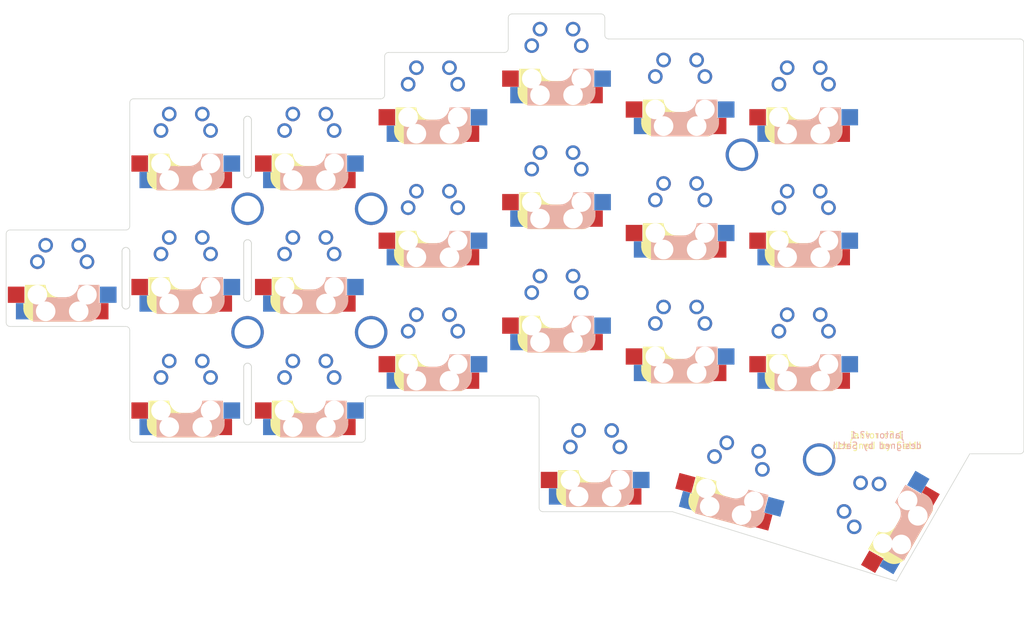
<source format=kicad_pcb>
(kicad_pcb (version 20221018) (generator pcbnew)
  (layers (0 "F.Cu" signal) (31 "B.Cu" signal) (34 "B.Paste" user) (35 "F.Paste" user) (36 "B.SilkS" user "B.Silkscreen") (37 "F.SilkS" user "F.Silkscreen") (38 "B.Mask" user) (39 "F.Mask" user) (44 "Edge.Cuts" user))
  (net 0 "")
  (net 1 "/k00")
  (net 2 "GND")
  (net 3 "/k01")
  (net 4 "/k02")
  (net 5 "/k03")
  (net 6 "/k04")
  (net 7 "/k05")
  (net 8 "/k10")
  (net 9 "/k11")
  (net 10 "/k12")
  (net 11 "/k13")
  (net 12 "/k14")
  (net 13 "/k15")
  (net 14 "/k16")
  (net 15 "/k20")
  (net 16 "/k21")
  (net 17 "/k22")
  (net 18 "/k23")
  (net 19 "/k24")
  (net 20 "/k25")
  (net 21 "/k30")
  (net 22 "/k31")
  (net 23 "/k32")
  (footprint "sat1l:MXOnly-1U-Hotswap-Optional-Reversible-19mm" (layer "F.Cu") (at 101.75 12.5)
    (fp_text reference "K16")
    (fp_text value "KEYSW")
    (pad "" np_thru_hole circle (at -5.08 0 180) (size 1.9 1.9) (drill 1.9) (layers "*.Cu" "*.Mask"))
    (pad "" np_thru_hole circle (at -3.81 2.54 180) (size 3 3) (drill 3) (layers "*.Cu" "*.Mask"))
    (pad "" np_thru_hole circle (at -2.54 5.08 180) (size 3 3) (drill 3) (layers "*.Cu" "*.Mask"))
    (pad "" np_thru_hole circle (at 0 0 270) (size 4.1 4.1) (drill 4.1) (layers "*.Cu" "*.Mask"))
    (pad "" np_thru_hole circle (at 2.54 5.08 180) (size 3 3) (drill 3) (layers "*.Cu" "*.Mask"))
    (pad "" np_thru_hole circle (at 3.81 2.54 180) (size 3 3) (drill 3) (layers "*.Cu" "*.Mask"))
    (pad "" np_thru_hole circle (at 5.08 0 180) (size 1.9 1.9) (drill 1.9) (layers "*.Cu" "*.Mask"))
    (pad "1" smd rect (at -7.085 2.54) (size 2.55 2.5) (layers "F.Cu" "F.Paste" "F.Mask") (net 14 "/k16"))
    (pad "1" thru_hole circle (at -3.81 -2.54) (size 2.25 2.25) (drill 1.47) (layers "*.Cu" "B.Mask") (net 14 "/k16"))
    (pad "1" thru_hole circle (at 3.81 -2.54) (size 2.25 2.25) (drill 1.47) (layers "*.Cu" "F.Mask") (net 14 "/k16"))
    (pad "1" smd rect (at 7.085 2.54) (size 2.55 2.5) (layers "B.Cu" "B.Paste" "B.Mask") (net 14 "/k16"))
    (pad "2" smd rect (at -5.842 5.08) (size 2.55 2.5) (layers "B.Cu" "B.Paste" "B.Mask") (net 2 "GND"))
    (pad "2" thru_hole circle (at -2.54 -5.08) (size 2.25 2.25) (drill 1.47) (layers "*.Cu" "F.Mask") (net 2 "GND"))
    (pad "2" thru_hole circle (at 2.54 -5.08) (size 2.25 2.25) (drill 1.47) (layers "*.Cu" "B.Mask") (net 2 "GND"))
    (pad "2" smd rect (at 5.842 5.08) (size 2.55 2.5) (layers "F.Cu" "F.Paste" "F.Mask") (net 2 "GND"))
  )
  (footprint "sat1l:MXOnly-1U-Hotswap-Optional-Reversible-19mm" (layer "F.Cu") (at 63.75 25.5625)
    (fp_text reference "K23")
    (fp_text value "KEYSW")
    (pad "" np_thru_hole circle (at -5.08 0 180) (size 1.9 1.9) (drill 1.9) (layers "*.Cu" "*.Mask"))
    (pad "" np_thru_hole circle (at -3.81 2.54 180) (size 3 3) (drill 3) (layers "*.Cu" "*.Mask"))
    (pad "" np_thru_hole circle (at -2.54 5.08 180) (size 3 3) (drill 3) (layers "*.Cu" "*.Mask"))
    (pad "" np_thru_hole circle (at 0 0 270) (size 4.1 4.1) (drill 4.1) (layers "*.Cu" "*.Mask"))
    (pad "" np_thru_hole circle (at 2.54 5.08 180) (size 3 3) (drill 3) (layers "*.Cu" "*.Mask"))
    (pad "" np_thru_hole circle (at 3.81 2.54 180) (size 3 3) (drill 3) (layers "*.Cu" "*.Mask"))
    (pad "" np_thru_hole circle (at 5.08 0 180) (size 1.9 1.9) (drill 1.9) (layers "*.Cu" "*.Mask"))
    (pad "1" smd rect (at -7.085 2.54) (size 2.55 2.5) (layers "F.Cu" "F.Paste" "F.Mask") (net 18 "/k23"))
    (pad "1" thru_hole circle (at -3.81 -2.54) (size 2.25 2.25) (drill 1.47) (layers "*.Cu" "B.Mask") (net 18 "/k23"))
    (pad "1" thru_hole circle (at 3.81 -2.54) (size 2.25 2.25) (drill 1.47) (layers "*.Cu" "F.Mask") (net 18 "/k23"))
    (pad "1" smd rect (at 7.085 2.54) (size 2.55 2.5) (layers "B.Cu" "B.Paste" "B.Mask") (net 18 "/k23"))
    (pad "2" smd rect (at -5.842 5.08) (size 2.55 2.5) (layers "B.Cu" "B.Paste" "B.Mask") (net 2 "GND"))
    (pad "2" thru_hole circle (at -2.54 -5.08) (size 2.25 2.25) (drill 1.47) (layers "*.Cu" "F.Mask") (net 2 "GND"))
    (pad "2" thru_hole circle (at 2.54 -5.08) (size 2.25 2.25) (drill 1.47) (layers "*.Cu" "B.Mask") (net 2 "GND"))
    (pad "2" smd rect (at 5.842 5.08) (size 2.55 2.5) (layers "F.Cu" "F.Paste" "F.Mask") (net 2 "GND"))
  )
  (footprint "sat1l:MXOnly-1U-Hotswap-Optional-Reversible-19mm" (layer "F.Cu") (at 82.75 30.3125)
    (fp_text reference "K24")
    (fp_text value "KEYSW")
    (pad "" np_thru_hole circle (at -5.08 0 180) (size 1.9 1.9) (drill 1.9) (layers "*.Cu" "*.Mask"))
    (pad "" np_thru_hole circle (at -3.81 2.54 180) (size 3 3) (drill 3) (layers "*.Cu" "*.Mask"))
    (pad "" np_thru_hole circle (at -2.54 5.08 180) (size 3 3) (drill 3) (layers "*.Cu" "*.Mask"))
    (pad "" np_thru_hole circle (at 0 0 270) (size 4.1 4.1) (drill 4.1) (layers "*.Cu" "*.Mask"))
    (pad "" np_thru_hole circle (at 2.54 5.08 180) (size 3 3) (drill 3) (layers "*.Cu" "*.Mask"))
    (pad "" np_thru_hole circle (at 3.81 2.54 180) (size 3 3) (drill 3) (layers "*.Cu" "*.Mask"))
    (pad "" np_thru_hole circle (at 5.08 0 180) (size 1.9 1.9) (drill 1.9) (layers "*.Cu" "*.Mask"))
    (pad "1" smd rect (at -7.085 2.54) (size 2.55 2.5) (layers "F.Cu" "F.Paste" "F.Mask") (net 19 "/k24"))
    (pad "1" thru_hole circle (at -3.81 -2.54) (size 2.25 2.25) (drill 1.47) (layers "*.Cu" "B.Mask") (net 19 "/k24"))
    (pad "1" thru_hole circle (at 3.81 -2.54) (size 2.25 2.25) (drill 1.47) (layers "*.Cu" "F.Mask") (net 19 "/k24"))
    (pad "1" smd rect (at 7.085 2.54) (size 2.55 2.5) (layers "B.Cu" "B.Paste" "B.Mask") (net 19 "/k24"))
    (pad "2" smd rect (at -5.842 5.08) (size 2.55 2.5) (layers "B.Cu" "B.Paste" "B.Mask") (net 2 "GND"))
    (pad "2" thru_hole circle (at -2.54 -5.08) (size 2.25 2.25) (drill 1.47) (layers "*.Cu" "F.Mask") (net 2 "GND"))
    (pad "2" thru_hole circle (at 2.54 -5.08) (size 2.25 2.25) (drill 1.47) (layers "*.Cu" "B.Mask") (net 2 "GND"))
    (pad "2" smd rect (at 5.842 5.08) (size 2.55 2.5) (layers "F.Cu" "F.Paste" "F.Mask") (net 2 "GND"))
  )
  (footprint "sat1l:MXOnly-1U-Hotswap-Optional-Reversible-19mm" (layer "F.Cu") (at 63.75 6.5625)
    (fp_text reference "K14")
    (fp_text value "KEYSW")
    (pad "" np_thru_hole circle (at -5.08 0 180) (size 1.9 1.9) (drill 1.9) (layers "*.Cu" "*.Mask"))
    (pad "" np_thru_hole circle (at -3.81 2.54 180) (size 3 3) (drill 3) (layers "*.Cu" "*.Mask"))
    (pad "" np_thru_hole circle (at -2.54 5.08 180) (size 3 3) (drill 3) (layers "*.Cu" "*.Mask"))
    (pad "" np_thru_hole circle (at 0 0 270) (size 4.1 4.1) (drill 4.1) (layers "*.Cu" "*.Mask"))
    (pad "" np_thru_hole circle (at 2.54 5.08 180) (size 3 3) (drill 3) (layers "*.Cu" "*.Mask"))
    (pad "" np_thru_hole circle (at 3.81 2.54 180) (size 3 3) (drill 3) (layers "*.Cu" "*.Mask"))
    (pad "" np_thru_hole circle (at 5.08 0 180) (size 1.9 1.9) (drill 1.9) (layers "*.Cu" "*.Mask"))
    (pad "1" smd rect (at -7.085 2.54) (size 2.55 2.5) (layers "F.Cu" "F.Paste" "F.Mask") (net 12 "/k14"))
    (pad "1" thru_hole circle (at -3.81 -2.54) (size 2.25 2.25) (drill 1.47) (layers "*.Cu" "B.Mask") (net 12 "/k14"))
    (pad "1" thru_hole circle (at 3.81 -2.54) (size 2.25 2.25) (drill 1.47) (layers "*.Cu" "F.Mask") (net 12 "/k14"))
    (pad "1" smd rect (at 7.085 2.54) (size 2.55 2.5) (layers "B.Cu" "B.Paste" "B.Mask") (net 12 "/k14"))
    (pad "2" smd rect (at -5.842 5.08) (size 2.55 2.5) (layers "B.Cu" "B.Paste" "B.Mask") (net 2 "GND"))
    (pad "2" thru_hole circle (at -2.54 -5.08) (size 2.25 2.25) (drill 1.47) (layers "*.Cu" "F.Mask") (net 2 "GND"))
    (pad "2" thru_hole circle (at 2.54 -5.08) (size 2.25 2.25) (drill 1.47) (layers "*.Cu" "B.Mask") (net 2 "GND"))
    (pad "2" smd rect (at 5.842 5.08) (size 2.55 2.5) (layers "F.Cu" "F.Paste" "F.Mask") (net 2 "GND"))
  )
  (footprint "sat1l:MXOnly-1U-Hotswap-Optional-Reversible-19mm" (layer "F.Cu") (at 63.75 -12.4375)
    (fp_text reference "K03")
    (fp_text value "KEYSW")
    (pad "" np_thru_hole circle (at -5.08 0 180) (size 1.9 1.9) (drill 1.9) (layers "*.Cu" "*.Mask"))
    (pad "" np_thru_hole circle (at -3.81 2.54 180) (size 3 3) (drill 3) (layers "*.Cu" "*.Mask"))
    (pad "" np_thru_hole circle (at -2.54 5.08 180) (size 3 3) (drill 3) (layers "*.Cu" "*.Mask"))
    (pad "" np_thru_hole circle (at 0 0 270) (size 4.1 4.1) (drill 4.1) (layers "*.Cu" "*.Mask"))
    (pad "" np_thru_hole circle (at 2.54 5.08 180) (size 3 3) (drill 3) (layers "*.Cu" "*.Mask"))
    (pad "" np_thru_hole circle (at 3.81 2.54 180) (size 3 3) (drill 3) (layers "*.Cu" "*.Mask"))
    (pad "" np_thru_hole circle (at 5.08 0 180) (size 1.9 1.9) (drill 1.9) (layers "*.Cu" "*.Mask"))
    (pad "1" smd rect (at -7.085 2.54) (size 2.55 2.5) (layers "F.Cu" "F.Paste" "F.Mask") (net 5 "/k03"))
    (pad "1" thru_hole circle (at -3.81 -2.54) (size 2.25 2.25) (drill 1.47) (layers "*.Cu" "B.Mask") (net 5 "/k03"))
    (pad "1" thru_hole circle (at 3.81 -2.54) (size 2.25 2.25) (drill 1.47) (layers "*.Cu" "F.Mask") (net 5 "/k03"))
    (pad "1" smd rect (at 7.085 2.54) (size 2.55 2.5) (layers "B.Cu" "B.Paste" "B.Mask") (net 5 "/k03"))
    (pad "2" smd rect (at -5.842 5.08) (size 2.55 2.5) (layers "B.Cu" "B.Paste" "B.Mask") (net 2 "GND"))
    (pad "2" thru_hole circle (at -2.54 -5.08) (size 2.25 2.25) (drill 1.47) (layers "*.Cu" "F.Mask") (net 2 "GND"))
    (pad "2" thru_hole circle (at 2.54 -5.08) (size 2.25 2.25) (drill 1.47) (layers "*.Cu" "B.Mask") (net 2 "GND"))
    (pad "2" smd rect (at 5.842 5.08) (size 2.55 2.5) (layers "F.Cu" "F.Paste" "F.Mask") (net 2 "GND"))
  )
  (footprint "sat1l:MXOnly-1U-Hotswap-Optional-Reversible-19mm" (layer "F.Cu") (at 6.75 19.625)
    (fp_text reference "K11")
    (fp_text value "KEYSW")
    (pad "" np_thru_hole circle (at -5.08 0 180) (size 1.9 1.9) (drill 1.9) (layers "*.Cu" "*.Mask"))
    (pad "" np_thru_hole circle (at -3.81 2.54 180) (size 3 3) (drill 3) (layers "*.Cu" "*.Mask"))
    (pad "" np_thru_hole circle (at -2.54 5.08 180) (size 3 3) (drill 3) (layers "*.Cu" "*.Mask"))
    (pad "" np_thru_hole circle (at 0 0 270) (size 4.1 4.1) (drill 4.1) (layers "*.Cu" "*.Mask"))
    (pad "" np_thru_hole circle (at 2.54 5.08 180) (size 3 3) (drill 3) (layers "*.Cu" "*.Mask"))
    (pad "" np_thru_hole circle (at 3.81 2.54 180) (size 3 3) (drill 3) (layers "*.Cu" "*.Mask"))
    (pad "" np_thru_hole circle (at 5.08 0 180) (size 1.9 1.9) (drill 1.9) (layers "*.Cu" "*.Mask"))
    (pad "1" smd rect (at -7.085 2.54) (size 2.55 2.5) (layers "F.Cu" "F.Paste" "F.Mask") (net 9 "/k11"))
    (pad "1" thru_hole circle (at -3.81 -2.54) (size 2.25 2.25) (drill 1.47) (layers "*.Cu" "B.Mask") (net 9 "/k11"))
    (pad "1" thru_hole circle (at 3.81 -2.54) (size 2.25 2.25) (drill 1.47) (layers "*.Cu" "F.Mask") (net 9 "/k11"))
    (pad "1" smd rect (at 7.085 2.54) (size 2.55 2.5) (layers "B.Cu" "B.Paste" "B.Mask") (net 9 "/k11"))
    (pad "2" smd rect (at -5.842 5.08) (size 2.55 2.5) (layers "B.Cu" "B.Paste" "B.Mask") (net 2 "GND"))
    (pad "2" thru_hole circle (at -2.54 -5.08) (size 2.25 2.25) (drill 1.47) (layers "*.Cu" "F.Mask") (net 2 "GND"))
    (pad "2" thru_hole circle (at 2.54 -5.08) (size 2.25 2.25) (drill 1.47) (layers "*.Cu" "B.Mask") (net 2 "GND"))
    (pad "2" smd rect (at 5.842 5.08) (size 2.55 2.5) (layers "F.Cu" "F.Paste" "F.Mask") (net 2 "GND"))
  )
  (footprint "sat1l:MXOnly-1U-Hotswap-Optional-Reversible-19mm" (layer "F.Cu") (at 101.75 -6.5)
    (fp_text reference "K05")
    (fp_text value "KEYSW")
    (pad "" np_thru_hole circle (at -5.08 0 180) (size 1.9 1.9) (drill 1.9) (layers "*.Cu" "*.Mask"))
    (pad "" np_thru_hole circle (at -3.81 2.54 180) (size 3 3) (drill 3) (layers "*.Cu" "*.Mask"))
    (pad "" np_thru_hole circle (at -2.54 5.08 180) (size 3 3) (drill 3) (layers "*.Cu" "*.Mask"))
    (pad "" np_thru_hole circle (at 0 0 270) (size 4.1 4.1) (drill 4.1) (layers "*.Cu" "*.Mask"))
    (pad "" np_thru_hole circle (at 2.54 5.08 180) (size 3 3) (drill 3) (layers "*.Cu" "*.Mask"))
    (pad "" np_thru_hole circle (at 3.81 2.54 180) (size 3 3) (drill 3) (layers "*.Cu" "*.Mask"))
    (pad "" np_thru_hole circle (at 5.08 0 180) (size 1.9 1.9) (drill 1.9) (layers "*.Cu" "*.Mask"))
    (pad "1" smd rect (at -7.085 2.54) (size 2.55 2.5) (layers "F.Cu" "F.Paste" "F.Mask") (net 7 "/k05"))
    (pad "1" thru_hole circle (at -3.81 -2.54) (size 2.25 2.25) (drill 1.47) (layers "*.Cu" "B.Mask") (net 7 "/k05"))
    (pad "1" thru_hole circle (at 3.81 -2.54) (size 2.25 2.25) (drill 1.47) (layers "*.Cu" "F.Mask") (net 7 "/k05"))
    (pad "1" smd rect (at 7.085 2.54) (size 2.55 2.5) (layers "B.Cu" "B.Paste" "B.Mask") (net 7 "/k05"))
    (pad "2" smd rect (at -5.842 5.08) (size 2.55 2.5) (layers "B.Cu" "B.Paste" "B.Mask") (net 2 "GND"))
    (pad "2" thru_hole circle (at -2.54 -5.08) (size 2.25 2.25) (drill 1.47) (layers "*.Cu" "F.Mask") (net 2 "GND"))
    (pad "2" thru_hole circle (at 2.54 -5.08) (size 2.25 2.25) (drill 1.47) (layers "*.Cu" "B.Mask") (net 2 "GND"))
    (pad "2" smd rect (at 5.842 5.08) (size 2.55 2.5) (layers "F.Cu" "F.Paste" "F.Mask") (net 2 "GND"))
  )
  (footprint "sat1l:breakaway .5U (for 19mm net)" (layer "F.Cu") (at 16.25 19.625)
    (fp_text reference "B2")
    (fp_text value "breakaway")
    (fp_line (start -0.59375 4.15625) (end -0.59375 -4.15625) (stroke (width 0.12)) (layer "Edge.Cuts"))
    (fp_line (start 0.59375 4.15625) (end 0.59375 -4.15625) (stroke (width 0.12)) (layer "Edge.Cuts"))
    (fp_arc (start -0.59375 -4.15625) (mid 0 -4.75) (end 0.59375 -4.15625) (stroke (width 0.12)) (layer "Edge.Cuts"))
    (fp_arc (start 0.59375 4.15625) (mid 0 4.75) (end -0.59375 4.15625) (stroke (width 0.12)) (layer "Edge.Cuts"))
  )
  (footprint "sat1l:MXOnly-1U-Hotswap-Optional-Reversible-19mm" (layer "F.Cu") (at 44.75 12.5)
    (fp_text reference "K13")
    (fp_text value "KEYSW")
    (pad "" np_thru_hole circle (at -5.08 0 180) (size 1.9 1.9) (drill 1.9) (layers "*.Cu" "*.Mask"))
    (pad "" np_thru_hole circle (at -3.81 2.54 180) (size 3 3) (drill 3) (layers "*.Cu" "*.Mask"))
    (pad "" np_thru_hole circle (at -2.54 5.08 180) (size 3 3) (drill 3) (layers "*.Cu" "*.Mask"))
    (pad "" np_thru_hole circle (at 0 0 270) (size 4.1 4.1) (drill 4.1) (layers "*.Cu" "*.Mask"))
    (pad "" np_thru_hole circle (at 2.54 5.08 180) (size 3 3) (drill 3) (layers "*.Cu" "*.Mask"))
    (pad "" np_thru_hole circle (at 3.81 2.54 180) (size 3 3) (drill 3) (layers "*.Cu" "*.Mask"))
    (pad "" np_thru_hole circle (at 5.08 0 180) (size 1.9 1.9) (drill 1.9) (layers "*.Cu" "*.Mask"))
    (pad "1" smd rect (at -7.085 2.54) (size 2.55 2.5) (layers "F.Cu" "F.Paste" "F.Mask") (net 11 "/k13"))
    (pad "1" thru_hole circle (at -3.81 -2.54) (size 2.25 2.25) (drill 1.47) (layers "*.Cu" "B.Mask") (net 11 "/k13"))
    (pad "1" thru_hole circle (at 3.81 -2.54) (size 2.25 2.25) (drill 1.47) (layers "*.Cu" "F.Mask") (net 11 "/k13"))
    (pad "1" smd rect (at 7.085 2.54) (size 2.55 2.5) (layers "B.Cu" "B.Paste" "B.Mask") (net 11 "/k13"))
    (pad "2" smd rect (at -5.842 5.08) (size 2.55 2.5) (layers "B.Cu" "B.Paste" "B.Mask") (net 2 "GND"))
    (pad "2" thru_hole circle (at -2.54 -5.08) (size 2.25 2.25) (drill 1.47) (layers "*.Cu" "F.Mask") (net 2 "GND"))
    (pad "2" thru_hole circle (at 2.54 -5.08) (size 2.25 2.25) (drill 1.47) (layers "*.Cu" "B.Mask") (net 2 "GND"))
    (pad "2" smd rect (at 5.842 5.08) (size 2.55 2.5) (layers "F.Cu" "F.Paste" "F.Mask") (net 2 "GND"))
  )
  (footprint "sat1l:MXOnly-1U-Hotswap-Optional-Reversible-19mm" (layer "F.Cu") (at 69.6875 49.3125)
    (fp_text reference "K30")
    (fp_text value "KEYSW")
    (pad "" np_thru_hole circle (at -5.08 0 180) (size 1.9 1.9) (drill 1.9) (layers "*.Cu" "*.Mask"))
    (pad "" np_thru_hole circle (at -3.81 2.54 180) (size 3 3) (drill 3) (layers "*.Cu" "*.Mask"))
    (pad "" np_thru_hole circle (at -2.54 5.08 180) (size 3 3) (drill 3) (layers "*.Cu" "*.Mask"))
    (pad "" np_thru_hole circle (at 0 0 270) (size 4.1 4.1) (drill 4.1) (layers "*.Cu" "*.Mask"))
    (pad "" np_thru_hole circle (at 2.54 5.08 180) (size 3 3) (drill 3) (layers "*.Cu" "*.Mask"))
    (pad "" np_thru_hole circle (at 3.81 2.54 180) (size 3 3) (drill 3) (layers "*.Cu" "*.Mask"))
    (pad "" np_thru_hole circle (at 5.08 0 180) (size 1.9 1.9) (drill 1.9) (layers "*.Cu" "*.Mask"))
    (pad "1" smd rect (at -7.085 2.54) (size 2.55 2.5) (layers "F.Cu" "F.Paste" "F.Mask") (net 21 "/k30"))
    (pad "1" thru_hole circle (at -3.81 -2.54) (size 2.25 2.25) (drill 1.47) (layers "*.Cu" "B.Mask") (net 21 "/k30"))
    (pad "1" thru_hole circle (at 3.81 -2.54) (size 2.25 2.25) (drill 1.47) (layers "*.Cu" "F.Mask") (net 21 "/k30"))
    (pad "1" smd rect (at 7.085 2.54) (size 2.55 2.5) (layers "B.Cu" "B.Paste" "B.Mask") (net 21 "/k30"))
    (pad "2" smd rect (at -5.842 5.08) (size 2.55 2.5) (layers "B.Cu" "B.Paste" "B.Mask") (net 2 "GND"))
    (pad "2" thru_hole circle (at -2.54 -5.08) (size 2.25 2.25) (drill 1.47) (layers "*.Cu" "F.Mask") (net 2 "GND"))
    (pad "2" thru_hole circle (at 2.54 -5.08) (size 2.25 2.25) (drill 1.47) (layers "*.Cu" "B.Mask") (net 2 "GND"))
    (pad "2" smd rect (at 5.842 5.08) (size 2.55 2.5) (layers "F.Cu" "F.Paste" "F.Mask") (net 2 "GND"))
  )
  (footprint "kbd:M2_Hole_TH_Outside" (layer "F.Cu") (at 35.25 10.125)
    (fp_text reference "H6" (at 0 0.5) (layer "F.SilkS"))
    (fp_text value "MountingHole")
    (pad "" thru_hole circle (at 0 0) (size 5 5) (drill 4) (layers "*.Cu" "*.Mask"))
  )
  (footprint "sat1l:MXOnly-1U-Hotswap-Optional-Reversible-19mm" (layer "F.Cu") (at 25.75 19.625)
    (fp_text reference "K12")
    (fp_text value "KEYSW")
    (pad "" np_thru_hole circle (at -5.08 0 180) (size 1.9 1.9) (drill 1.9) (layers "*.Cu" "*.Mask"))
    (pad "" np_thru_hole circle (at -3.81 2.54 180) (size 3 3) (drill 3) (layers "*.Cu" "*.Mask"))
    (pad "" np_thru_hole circle (at -2.54 5.08 180) (size 3 3) (drill 3) (layers "*.Cu" "*.Mask"))
    (pad "" np_thru_hole circle (at 0 0 270) (size 4.1 4.1) (drill 4.1) (layers "*.Cu" "*.Mask"))
    (pad "" np_thru_hole circle (at 2.54 5.08 180) (size 3 3) (drill 3) (layers "*.Cu" "*.Mask"))
    (pad "" np_thru_hole circle (at 3.81 2.54 180) (size 3 3) (drill 3) (layers "*.Cu" "*.Mask"))
    (pad "" np_thru_hole circle (at 5.08 0 180) (size 1.9 1.9) (drill 1.9) (layers "*.Cu" "*.Mask"))
    (pad "1" smd rect (at -7.085 2.54) (size 2.55 2.5) (layers "F.Cu" "F.Paste" "F.Mask") (net 10 "/k12"))
    (pad "1" thru_hole circle (at -3.81 -2.54) (size 2.25 2.25) (drill 1.47) (layers "*.Cu" "B.Mask") (net 10 "/k12"))
    (pad "1" thru_hole circle (at 3.81 -2.54) (size 2.25 2.25) (drill 1.47) (layers "*.Cu" "F.Mask") (net 10 "/k12"))
    (pad "1" smd rect (at 7.085 2.54) (size 2.55 2.5) (layers "B.Cu" "B.Paste" "B.Mask") (net 10 "/k12"))
    (pad "2" smd rect (at -5.842 5.08) (size 2.55 2.5) (layers "B.Cu" "B.Paste" "B.Mask") (net 2 "GND"))
    (pad "2" thru_hole circle (at -2.54 -5.08) (size 2.25 2.25) (drill 1.47) (layers "*.Cu" "F.Mask") (net 2 "GND"))
    (pad "2" thru_hole circle (at 2.54 -5.08) (size 2.25 2.25) (drill 1.47) (layers "*.Cu" "B.Mask") (net 2 "GND"))
    (pad "2" smd rect (at 5.842 5.08) (size 2.55 2.5) (layers "F.Cu" "F.Paste" "F.Mask") (net 2 "GND"))
  )
  (footprint "sat1l:MXOnly-1U-Hotswap-Optional-Reversible-19mm" (layer "F.Cu") (at 25.75 38.625)
    (fp_text reference "K21")
    (fp_text value "KEYSW")
    (pad "" np_thru_hole circle (at -5.08 0 180) (size 1.9 1.9) (drill 1.9) (layers "*.Cu" "*.Mask"))
    (pad "" np_thru_hole circle (at -3.81 2.54 180) (size 3 3) (drill 3) (layers "*.Cu" "*.Mask"))
    (pad "" np_thru_hole circle (at -2.54 5.08 180) (size 3 3) (drill 3) (layers "*.Cu" "*.Mask"))
    (pad "" np_thru_hole circle (at 0 0 270) (size 4.1 4.1) (drill 4.1) (layers "*.Cu" "*.Mask"))
    (pad "" np_thru_hole circle (at 2.54 5.08 180) (size 3 3) (drill 3) (layers "*.Cu" "*.Mask"))
    (pad "" np_thru_hole circle (at 3.81 2.54 180) (size 3 3) (drill 3) (layers "*.Cu" "*.Mask"))
    (pad "" np_thru_hole circle (at 5.08 0 180) (size 1.9 1.9) (drill 1.9) (layers "*.Cu" "*.Mask"))
    (pad "1" smd rect (at -7.085 2.54) (size 2.55 2.5) (layers "F.Cu" "F.Paste" "F.Mask") (net 16 "/k21"))
    (pad "1" thru_hole circle (at -3.81 -2.54) (size 2.25 2.25) (drill 1.47) (layers "*.Cu" "B.Mask") (net 16 "/k21"))
    (pad "1" thru_hole circle (at 3.81 -2.54) (size 2.25 2.25) (drill 1.47) (layers "*.Cu" "F.Mask") (net 16 "/k21"))
    (pad "1" smd rect (at 7.085 2.54) (size 2.55 2.5) (layers "B.Cu" "B.Paste" "B.Mask") (net 16 "/k21"))
    (pad "2" smd rect (at -5.842 5.08) (size 2.55 2.5) (layers "B.Cu" "B.Paste" "B.Mask") (net 2 "GND"))
    (pad "2" thru_hole circle (at -2.54 -5.08) (size 2.25 2.25) (drill 1.47) (layers "*.Cu" "F.Mask") (net 2 "GND"))
    (pad "2" thru_hole circle (at 2.54 -5.08) (size 2.25 2.25) (drill 1.47) (layers "*.Cu" "B.Mask") (net 2 "GND"))
    (pad "2" smd rect (at 5.842 5.08) (size 2.55 2.5) (layers "F.Cu" "F.Paste" "F.Mask") (net 2 "GND"))
  )
  (footprint "sat1l:breakaway .5U (for 19mm net)" (layer "F.Cu") (at 16.25 0.625)
    (fp_text reference "B1")
    (fp_text value "breakaway")
    (fp_line (start -0.59375 4.15625) (end -0.59375 -4.15625) (stroke (width 0.12)) (layer "Edge.Cuts"))
    (fp_line (start 0.59375 4.15625) (end 0.59375 -4.15625) (stroke (width 0.12)) (layer "Edge.Cuts"))
    (fp_arc (start -0.59375 -4.15625) (mid 0 -4.75) (end 0.59375 -4.15625) (stroke (width 0.12)) (layer "Edge.Cuts"))
    (fp_arc (start 0.59375 4.15625) (mid 0 4.75) (end -0.59375 4.15625) (stroke (width 0.12)) (layer "Edge.Cuts"))
  )
  (footprint "kbd:M2_Hole_TH_Outside" (layer "F.Cu") (at 104.125 48.71875)
    (fp_text reference "H4" (at 0 0.5) (layer "F.SilkS"))
    (fp_text value "MountingHole")
    (pad "" thru_hole circle (at 0 0) (size 5 5) (drill 4) (layers "*.Cu" "*.Mask"))
  )
  (footprint "sat1l:MXOnly-1U-Hotswap-Optional-Reversible-19mm" (layer "F.Cu") (at 6.75 38.625)
    (fp_text reference "K20")
    (fp_text value "KEYSW")
    (pad "" np_thru_hole circle (at -5.08 0 180) (size 1.9 1.9) (drill 1.9) (layers "*.Cu" "*.Mask"))
    (pad "" np_thru_hole circle (at -3.81 2.54 180) (size 3 3) (drill 3) (layers "*.Cu" "*.Mask"))
    (pad "" np_thru_hole circle (at -2.54 5.08 180) (size 3 3) (drill 3) (layers "*.Cu" "*.Mask"))
    (pad "" np_thru_hole circle (at 0 0 270) (size 4.1 4.1) (drill 4.1) (layers "*.Cu" "*.Mask"))
    (pad "" np_thru_hole circle (at 2.54 5.08 180) (size 3 3) (drill 3) (layers "*.Cu" "*.Mask"))
    (pad "" np_thru_hole circle (at 3.81 2.54 180) (size 3 3) (drill 3) (layers "*.Cu" "*.Mask"))
    (pad "" np_thru_hole circle (at 5.08 0 180) (size 1.9 1.9) (drill 1.9) (layers "*.Cu" "*.Mask"))
    (pad "1" smd rect (at -7.085 2.54) (size 2.55 2.5) (layers "F.Cu" "F.Paste" "F.Mask") (net 15 "/k20"))
    (pad "1" thru_hole circle (at -3.81 -2.54) (size 2.25 2.25) (drill 1.47) (layers "*.Cu" "B.Mask") (net 15 "/k20"))
    (pad "1" thru_hole circle (at 3.81 -2.54) (size 2.25 2.25) (drill 1.47) (layers "*.Cu" "F.Mask") (net 15 "/k20"))
    (pad "1" smd rect (at 7.085 2.54) (size 2.55 2.5) (layers "B.Cu" "B.Paste" "B.Mask") (net 15 "/k20"))
    (pad "2" smd rect (at -5.842 5.08) (size 2.55 2.5) (layers "B.Cu" "B.Paste" "B.Mask") (net 2 "GND"))
    (pad "2" thru_hole circle (at -2.54 -5.08) (size 2.25 2.25) (drill 1.47) (layers "*.Cu" "F.Mask") (net 2 "GND"))
    (pad "2" thru_hole circle (at 2.54 -5.08) (size 2.25 2.25) (drill 1.47) (layers "*.Cu" "B.Mask") (net 2 "GND"))
    (pad "2" smd rect (at 5.842 5.08) (size 2.55 2.5) (layers "F.Cu" "F.Paste" "F.Mask") (net 2 "GND"))
  )
  (footprint "kbd:M2_Hole_TH_Outside" (layer "F.Cu") (at 16.25 10.125)
    (fp_text reference "H5" (at 0 0.5) (layer "F.SilkS"))
    (fp_text value "MountingHole")
    (pad "" thru_hole circle (at 0 0) (size 5 5) (drill 4) (layers "*.Cu" "*.Mask"))
  )
  (footprint "sat1l:MXOnly-1U-Hotswap-Optional-Reversible-19mm" (layer "F.Cu") (at 44.75 -6.5)
    (fp_text reference "K02")
    (fp_text value "KEYSW")
    (pad "" np_thru_hole circle (at -5.08 0 180) (size 1.9 1.9) (drill 1.9) (layers "*.Cu" "*.Mask"))
    (pad "" np_thru_hole circle (at -3.81 2.54 180) (size 3 3) (drill 3) (layers "*.Cu" "*.Mask"))
    (pad "" np_thru_hole circle (at -2.54 5.08 180) (size 3 3) (drill 3) (layers "*.Cu" "*.Mask"))
    (pad "" np_thru_hole circle (at 0 0 270) (size 4.1 4.1) (drill 4.1) (layers "*.Cu" "*.Mask"))
    (pad "" np_thru_hole circle (at 2.54 5.08 180) (size 3 3) (drill 3) (layers "*.Cu" "*.Mask"))
    (pad "" np_thru_hole circle (at 3.81 2.54 180) (size 3 3) (drill 3) (layers "*.Cu" "*.Mask"))
    (pad "" np_thru_hole circle (at 5.08 0 180) (size 1.9 1.9) (drill 1.9) (layers "*.Cu" "*.Mask"))
    (pad "1" smd rect (at -7.085 2.54) (size 2.55 2.5) (layers "F.Cu" "F.Paste" "F.Mask") (net 4 "/k02"))
    (pad "1" thru_hole circle (at -3.81 -2.54) (size 2.25 2.25) (drill 1.47) (layers "*.Cu" "B.Mask") (net 4 "/k02"))
    (pad "1" thru_hole circle (at 3.81 -2.54) (size 2.25 2.25) (drill 1.47) (layers "*.Cu" "F.Mask") (net 4 "/k02"))
    (pad "1" smd rect (at 7.085 2.54) (size 2.55 2.5) (layers "B.Cu" "B.Paste" "B.Mask") (net 4 "/k02"))
    (pad "2" smd rect (at -5.842 5.08) (size 2.55 2.5) (layers "B.Cu" "B.Paste" "B.Mask") (net 2 "GND"))
    (pad "2" thru_hole circle (at -2.54 -5.08) (size 2.25 2.25) (drill 1.47) (layers "*.Cu" "F.Mask") (net 2 "GND"))
    (pad "2" thru_hole circle (at 2.54 -5.08) (size 2.25 2.25) (drill 1.47) (layers "*.Cu" "B.Mask") (net 2 "GND"))
    (pad "2" smd rect (at 5.842 5.08) (size 2.55 2.5) (layers "F.Cu" "F.Paste" "F.Mask") (net 2 "GND"))
  )
  (footprint "sat1l:MXOnly-1.5U-Hotswap-Optional-Reversible-19mm" (layer "F.Cu") (at 113.625 57.03125 60)
    (fp_text reference "K32")
    (fp_text value "KEYSW")
    (pad "" np_thru_hole circle (at -5.08 0 240) (size 1.9 1.9) (drill 1.9) (layers "*.Cu" "*.Mask"))
    (pad "" np_thru_hole circle (at -3.81 2.54 240) (size 3 3) (drill 3) (layers "*.Cu" "*.Mask"))
    (pad "" np_thru_hole circle (at -2.54 5.08 240) (size 3 3) (drill 3) (layers "*.Cu" "*.Mask"))
    (pad "" np_thru_hole circle (at 0 0 330) (size 4.1 4.1) (drill 4.1) (layers "*.Cu" "*.Mask"))
    (pad "" np_thru_hole circle (at 2.54 5.08 240) (size 3 3) (drill 3) (layers "*.Cu" "*.Mask"))
    (pad "" np_thru_hole circle (at 3.81 2.54 240) (size 3 3) (drill 3) (layers "*.Cu" "*.Mask"))
    (pad "" np_thru_hole circle (at 5.08 0 240) (size 1.9 1.9) (drill 1.9) (layers "*.Cu" "*.Mask"))
    (pad "1" smd rect (at -7.085 2.54 60) (size 2.55 2.5) (layers "F.Cu" "F.Paste" "F.Mask") (net 23 "/k32"))
    (pad "1" thru_hole circle (at -3.81 -2.54 60) (size 2.25 2.25) (drill 1.47) (layers "*.Cu" "B.Mask") (net 23 "/k32"))
    (pad "1" thru_hole circle (at 3.81 -2.54 60) (size 2.25 2.25) (drill 1.47) (layers "*.Cu" "F.Mask") (net 23 "/k32"))
    (pad "1" smd rect (at 7.085 2.54 60) (size 2.55 2.5) (layers "B.Cu" "B.Paste" "B.Mask") (net 23 "/k32"))
    (pad "2" smd rect (at -5.842 5.08 60) (size 2.55 2.5) (layers "B.Cu" "B.Paste" "B.Mask") (net 2 "GND"))
    (pad "2" thru_hole circle (at -2.54 -5.08 60) (size 2.25 2.25) (drill 1.47) (layers "*.Cu" "F.Mask") (net 2 "GND"))
    (pad "2" thru_hole circle (at 2.54 -5.08 60) (size 2.25 2.25) (drill 1.47) (layers "*.Cu" "B.Mask") (net 2 "GND"))
    (pad "2" smd rect (at 5.842 5.08 60) (size 2.55 2.5) (layers "F.Cu" "F.Paste" "F.Mask") (net 2 "GND"))
  )
  (footprint "kbd:M2_Hole_TH_Outside" (layer "F.Cu") (at 16.25 29.125)
    (fp_text reference "H2" (at 0 0.5) (layer "F.SilkS"))
    (fp_text value "MountingHole")
    (pad "" thru_hole circle (at 0 0) (size 5 5) (drill 4) (layers "*.Cu" "*.Mask"))
  )
  (footprint "sat1l:MXOnly-1U-Hotswap-Optional-Reversible-19mm" (layer "F.Cu") (at -12.25 20.8125)
    (fp_text reference "K10")
    (fp_text value "KEYSW")
    (pad "" np_thru_hole circle (at -5.08 0 180) (size 1.9 1.9) (drill 1.9) (layers "*.Cu" "*.Mask"))
    (pad "" np_thru_hole circle (at -3.81 2.54 180) (size 3 3) (drill 3) (layers "*.Cu" "*.Mask"))
    (pad "" np_thru_hole circle (at -2.54 5.08 180) (size 3 3) (drill 3) (layers "*.Cu" "*.Mask"))
    (pad "" np_thru_hole circle (at 0 0 270) (size 4.1 4.1) (drill 4.1) (layers "*.Cu" "*.Mask"))
    (pad "" np_thru_hole circle (at 2.54 5.08 180) (size 3 3) (drill 3) (layers "*.Cu" "*.Mask"))
    (pad "" np_thru_hole circle (at 3.81 2.54 180) (size 3 3) (drill 3) (layers "*.Cu" "*.Mask"))
    (pad "" np_thru_hole circle (at 5.08 0 180) (size 1.9 1.9) (drill 1.9) (layers "*.Cu" "*.Mask"))
    (pad "1" smd rect (at -7.085 2.54) (size 2.55 2.5) (layers "F.Cu" "F.Paste" "F.Mask") (net 8 "/k10"))
    (pad "1" thru_hole circle (at -3.81 -2.54) (size 2.25 2.25) (drill 1.47) (layers "*.Cu" "B.Mask") (net 8 "/k10"))
    (pad "1" thru_hole circle (at 3.81 -2.54) (size 2.25 2.25) (drill 1.47) (layers "*.Cu" "F.Mask") (net 8 "/k10"))
    (pad "1" smd rect (at 7.085 2.54) (size 2.55 2.5) (layers "B.Cu" "B.Paste" "B.Mask") (net 8 "/k10"))
    (pad "2" smd rect (at -5.842 5.08) (size 2.55 2.5) (layers "B.Cu" "B.Paste" "B.Mask") (net 2 "GND"))
    (pad "2" thru_hole circle (at -2.54 -5.08) (size 2.25 2.25) (drill 1.47) (layers "*.Cu" "F.Mask") (net 2 "GND"))
    (pad "2" thru_hole circle (at 2.54 -5.08) (size 2.25 2.25) (drill 1.47) (layers "*.Cu" "B.Mask") (net 2 "GND"))
    (pad "2" smd rect (at 5.842 5.08) (size 2.55 2.5) (layers "F.Cu" "F.Paste" "F.Mask") (net 2 "GND"))
  )
  (footprint "sat1l:breakaway .5U (for 19mm net)" (layer "F.Cu") (at 16.25 38.625)
    (fp_text reference "B3")
    (fp_text value "breakaway")
    (fp_line (start -0.59375 4.15625) (end -0.59375 -4.15625) (stroke (width 0.12)) (layer "Edge.Cuts"))
    (fp_line (start 0.59375 4.15625) (end 0.59375 -4.15625) (stroke (width 0.12)) (layer "Edge.Cuts"))
    (fp_arc (start -0.59375 -4.15625) (mid 0 -4.75) (end 0.59375 -4.15625) (stroke (width 0.12)) (layer "Edge.Cuts"))
    (fp_arc (start 0.59375 4.15625) (mid 0 4.75) (end -0.59375 4.15625) (stroke (width 0.12)) (layer "Edge.Cuts"))
  )
  (footprint "sat1l:MXOnly-1U-Hotswap-Optional-Reversible-19mm" (layer "F.Cu") (at 91.0625 51.6875 -15)
    (fp_text reference "K31")
    (fp_text value "KEYSW")
    (pad "" np_thru_hole circle (at -5.08 0 165) (size 1.9 1.9) (drill 1.9) (layers "*.Cu" "*.Mask"))
    (pad "" np_thru_hole circle (at -3.81 2.54 165) (size 3 3) (drill 3) (layers "*.Cu" "*.Mask"))
    (pad "" np_thru_hole circle (at -2.54 5.08 165) (size 3 3) (drill 3) (layers "*.Cu" "*.Mask"))
    (pad "" np_thru_hole circle (at 0 0 255) (size 4.1 4.1) (drill 4.1) (layers "*.Cu" "*.Mask"))
    (pad "" np_thru_hole circle (at 2.54 5.08 165) (size 3 3) (drill 3) (layers "*.Cu" "*.Mask"))
    (pad "" np_thru_hole circle (at 3.81 2.54 165) (size 3 3) (drill 3) (layers "*.Cu" "*.Mask"))
    (pad "" np_thru_hole circle (at 5.08 0 165) (size 1.9 1.9) (drill 1.9) (layers "*.Cu" "*.Mask"))
    (pad "1" smd rect (at -7.085 2.54 345) (size 2.55 2.5) (layers "F.Cu" "F.Paste" "F.Mask") (net 22 "/k31"))
    (pad "1" thru_hole circle (at -3.81 -2.54 345) (size 2.25 2.25) (drill 1.47) (layers "*.Cu" "B.Mask") (net 22 "/k31"))
    (pad "1" thru_hole circle (at 3.81 -2.54 345) (size 2.25 2.25) (drill 1.47) (layers "*.Cu" "F.Mask") (net 22 "/k31"))
    (pad "1" smd rect (at 7.085 2.54 345) (size 2.55 2.5) (layers "B.Cu" "B.Paste" "B.Mask") (net 22 "/k31"))
    (pad "2" smd rect (at -5.842 5.08 345) (size 2.55 2.5) (layers "B.Cu" "B.Paste" "B.Mask") (net 2 "GND"))
    (pad "2" thru_hole circle (at -2.54 -5.08 345) (size 2.25 2.25) (drill 1.47) (layers "*.Cu" "F.Mask") (net 2 "GND"))
    (pad "2" thru_hole circle (at 2.54 -5.08 345) (size 2.25 2.25) (drill 1.47) (layers "*.Cu" "B.Mask") (net 2 "GND"))
    (pad "2" smd rect (at 5.842 5.08 345) (size 2.55 2.5) (layers "F.Cu" "F.Paste" "F.Mask") (net 2 "GND"))
  )
  (footprint "sat1l:MXOnly-1U-Hotswap-Optional-Reversible-19mm" (layer "F.Cu") (at 82.75 11.3125)
    (fp_text reference "K15")
    (fp_text value "KEYSW")
    (pad "" np_thru_hole circle (at -5.08 0 180) (size 1.9 1.9) (drill 1.9) (layers "*.Cu" "*.Mask"))
    (pad "" np_thru_hole circle (at -3.81 2.54 180) (size 3 3) (drill 3) (layers "*.Cu" "*.Mask"))
    (pad "" np_thru_hole circle (at -2.54 5.08 180) (size 3 3) (drill 3) (layers "*.Cu" "*.Mask"))
    (pad "" np_thru_hole circle (at 0 0 270) (size 4.1 4.1) (drill 4.1) (layers "*.Cu" "*.Mask"))
    (pad "" np_thru_hole circle (at 2.54 5.08 180) (size 3 3) (drill 3) (layers "*.Cu" "*.Mask"))
    (pad "" np_thru_hole circle (at 3.81 2.54 180) (size 3 3) (drill 3) (layers "*.Cu" "*.Mask"))
    (pad "" np_thru_hole circle (at 5.08 0 180) (size 1.9 1.9) (drill 1.9) (layers "*.Cu" "*.Mask"))
    (pad "1" smd rect (at -7.085 2.54) (size 2.55 2.5) (layers "F.Cu" "F.Paste" "F.Mask") (net 13 "/k15"))
    (pad "1" thru_hole circle (at -3.81 -2.54) (size 2.25 2.25) (drill 1.47) (layers "*.Cu" "B.Mask") (net 13 "/k15"))
    (pad "1" thru_hole circle (at 3.81 -2.54) (size 2.25 2.25) (drill 1.47) (layers "*.Cu" "F.Mask") (net 13 "/k15"))
    (pad "1" smd rect (at 7.085 2.54) (size 2.55 2.5) (layers "B.Cu" "B.Paste" "B.Mask") (net 13 "/k15"))
    (pad "2" smd rect (at -5.842 5.08) (size 2.55 2.5) (layers "B.Cu" "B.Paste" "B.Mask") (net 2 "GND"))
    (pad "2" thru_hole circle (at -2.54 -5.08) (size 2.25 2.25) (drill 1.47) (layers "*.Cu" "F.Mask") (net 2 "GND"))
    (pad "2" thru_hole circle (at 2.54 -5.08) (size 2.25 2.25) (drill 1.47) (layers "*.Cu" "B.Mask") (net 2 "GND"))
    (pad "2" smd rect (at 5.842 5.08) (size 2.55 2.5) (layers "F.Cu" "F.Paste" "F.Mask") (net 2 "GND"))
  )
  (footprint "sat1l:breakaway .5U (for 19mm net)" (layer "F.Cu") (at -2.453125 20.8125)
    (fp_text reference "B4")
    (fp_text value "breakaway")
    (fp_line (start -0.59375 4.15625) (end -0.59375 -4.15625) (stroke (width 0.12)) (layer "Edge.Cuts"))
    (fp_line (start 0.59375 4.15625) (end 0.59375 -4.15625) (stroke (width 0.12)) (layer "Edge.Cuts"))
    (fp_arc (start -0.59375 -4.15625) (mid 0 -4.75) (end 0.59375 -4.15625) (stroke (width 0.12)) (layer "Edge.Cuts"))
    (fp_arc (start 0.59375 4.15625) (mid 0 4.75) (end -0.59375 4.15625) (stroke (width 0.12)) (layer "Edge.Cuts"))
  )
  (footprint "kbd:M2_Hole_TH_Outside" (layer "F.Cu") (at 92.25 1.8125)
    (fp_text reference "H3" (at 0 0.5) (layer "F.SilkS"))
    (fp_text value "MountingHole")
    (pad "" thru_hole circle (at 0 0) (size 5 5) (drill 4) (layers "*.Cu" "*.Mask"))
  )
  (footprint "kbd:M2_Hole_TH_Outside" (layer "F.Cu") (at 35.25 29.125)
    (fp_text reference "H1" (at 0 0.5) (layer "F.SilkS"))
    (fp_text value "MountingHole")
    (pad "" thru_hole circle (at 0 0) (size 5 5) (drill 4) (layers "*.Cu" "*.Mask"))
  )
  (footprint "sat1l:MXOnly-1U-Hotswap-Optional-Reversible-19mm" (layer "F.Cu") (at 6.75 0.625)
    (fp_text reference "K00")
    (fp_text value "KEYSW")
    (pad "" np_thru_hole circle (at -5.08 0 180) (size 1.9 1.9) (drill 1.9) (layers "*.Cu" "*.Mask"))
    (pad "" np_thru_hole circle (at -3.81 2.54 180) (size 3 3) (drill 3) (layers "*.Cu" "*.Mask"))
    (pad "" np_thru_hole circle (at -2.54 5.08 180) (size 3 3) (drill 3) (layers "*.Cu" "*.Mask"))
    (pad "" np_thru_hole circle (at 0 0 270) (size 4.1 4.1) (drill 4.1) (layers "*.Cu" "*.Mask"))
    (pad "" np_thru_hole circle (at 2.54 5.08 180) (size 3 3) (drill 3) (layers "*.Cu" "*.Mask"))
    (pad "" np_thru_hole circle (at 3.81 2.54 180) (size 3 3) (drill 3) (layers "*.Cu" "*.Mask"))
    (pad "" np_thru_hole circle (at 5.08 0 180) (size 1.9 1.9) (drill 1.9) (layers "*.Cu" "*.Mask"))
    (pad "1" smd rect (at -7.085 2.54) (size 2.55 2.5) (layers "F.Cu" "F.Paste" "F.Mask") (net 1 "/k00"))
    (pad "1" thru_hole circle (at -3.81 -2.54) (size 2.25 2.25) (drill 1.47) (layers "*.Cu" "B.Mask") (net 1 "/k00"))
    (pad "1" thru_hole circle (at 3.81 -2.54) (size 2.25 2.25) (drill 1.47) (layers "*.Cu" "F.Mask") (net 1 "/k00"))
    (pad "1" smd rect (at 7.085 2.54) (size 2.55 2.5) (layers "B.Cu" "B.Paste" "B.Mask") (net 1 "/k00"))
    (pad "2" smd rect (at -5.842 5.08) (size 2.55 2.5) (layers "B.Cu" "B.Paste" "B.Mask") (net 2 "GND"))
    (pad "2" thru_hole circle (at -2.54 -5.08) (size 2.25 2.25) (drill 1.47) (layers "*.Cu" "F.Mask") (net 2 "GND"))
    (pad "2" thru_hole circle (at 2.54 -5.08) (size 2.25 2.25) (drill 1.47) (layers "*.Cu" "B.Mask") (net 2 "GND"))
    (pad "2" smd rect (at 5.842 5.08) (size 2.55 2.5) (layers "F.Cu" "F.Paste" "F.Mask") (net 2 "GND"))
  )
  (footprint "sat1l:MXOnly-1U-Hotswap-Optional-Reversible-19mm" (layer "F.Cu") (at 82.75 -7.6875)
    (fp_text reference "K04")
    (fp_text value "KEYSW")
    (pad "" np_thru_hole circle (at -5.08 0 180) (size 1.9 1.9) (drill 1.9) (layers "*.Cu" "*.Mask"))
    (pad "" np_thru_hole circle (at -3.81 2.54 180) (size 3 3) (drill 3) (layers "*.Cu" "*.Mask"))
    (pad "" np_thru_hole circle (at -2.54 5.08 180) (size 3 3) (drill 3) (layers "*.Cu" "*.Mask"))
    (pad "" np_thru_hole circle (at 0 0 270) (size 4.1 4.1) (drill 4.1) (layers "*.Cu" "*.Mask"))
    (pad "" np_thru_hole circle (at 2.54 5.08 180) (size 3 3) (drill 3) (layers "*.Cu" "*.Mask"))
    (pad "" np_thru_hole circle (at 3.81 2.54 180) (size 3 3) (drill 3) (layers "*.Cu" "*.Mask"))
    (pad "" np_thru_hole circle (at 5.08 0 180) (size 1.9 1.9) (drill 1.9) (layers "*.Cu" "*.Mask"))
    (pad "1" smd rect (at -7.085 2.54) (size 2.55 2.5) (layers "F.Cu" "F.Paste" "F.Mask") (net 6 "/k04"))
    (pad "1" thru_hole circle (at -3.81 -2.54) (size 2.25 2.25) (drill 1.47) (layers "*.Cu" "B.Mask") (net 6 "/k04"))
    (pad "1" thru_hole circle (at 3.81 -2.54) (size 2.25 2.25) (drill 1.47) (layers "*.Cu" "F.Mask") (net 6 "/k04"))
    (pad "1" smd rect (at 7.085 2.54) (size 2.55 2.5) (layers "B.Cu" "B.Paste" "B.Mask") (net 6 "/k04"))
    (pad "2" smd rect (at -5.842 5.08) (size 2.55 2.5) (layers "B.Cu" "B.Paste" "B.Mask") (net 2 "GND"))
    (pad "2" thru_hole circle (at -2.54 -5.08) (size 2.25 2.25) (drill 1.47) (layers "*.Cu" "F.Mask") (net 2 "GND"))
    (pad "2" thru_hole circle (at 2.54 -5.08) (size 2.25 2.25) (drill 1.47) (layers "*.Cu" "B.Mask") (net 2 "GND"))
    (pad "2" smd rect (at 5.842 5.08) (size 2.55 2.5) (layers "F.Cu" "F.Paste" "F.Mask") (net 2 "GND"))
  )
  (footprint "sat1l:MXOnly-1U-Hotswap-Optional-Reversible-19mm" (layer "F.Cu") (at 101.75 31.5)
    (fp_text reference "K25")
    (fp_text value "KEYSW")
    (pad "" np_thru_hole circle (at -5.08 0 180) (size 1.9 1.9) (drill 1.9) (layers "*.Cu" "*.Mask"))
    (pad "" np_thru_hole circle (at -3.81 2.54 180) (size 3 3) (drill 3) (layers "*.Cu" "*.Mask"))
    (pad "" np_thru_hole circle (at -2.54 5.08 180) (size 3 3) (drill 3) (layers "*.Cu" "*.Mask"))
    (pad "" np_thru_hole circle (at 0 0 270) (size 4.1 4.1) (drill 4.1) (layers "*.Cu" "*.Mask"))
    (pad "" np_thru_hole circle (at 2.54 5.08 180) (size 3 3) (drill 3) (layers "*.Cu" "*.Mask"))
    (pad "" np_thru_hole circle (at 3.81 2.54 180) (size 3 3) (drill 3) (layers "*.Cu" "*.Mask"))
    (pad "" np_thru_hole circle (at 5.08 0 180) (size 1.9 1.9) (drill 1.9) (layers "*.Cu" "*.Mask"))
    (pad "1" smd rect (at -7.085 2.54) (size 2.55 2.5) (layers "F.Cu" "F.Paste" "F.Mask") (net 20 "/k25"))
    (pad "1" thru_hole circle (at -3.81 -2.54) (size 2.25 2.25) (drill 1.47) (layers "*.Cu" "B.Mask") (net 20 "/k25"))
    (pad "1" thru_hole circle (at 3.81 -2.54) (size 2.25 2.25) (drill 1.47) (layers "*.Cu" "F.Mask") (net 20 "/k25"))
    (pad "1" smd rect (at 7.085 2.54) (size 2.55 2.5) (layers "B.Cu" "B.Paste" "B.Mask") (net 20 "/k25"))
    (pad "2" smd rect (at -5.842 5.08) (size 2.55 2.5) (layers "B.Cu" "B.Paste" "B.Mask") (net 2 "GND"))
    (pad "2" thru_hole circle (at -2.54 -5.08) (size 2.25 2.25) (drill 1.47) (layers "*.Cu" "F.Mask") (net 2 "GND"))
    (pad "2" thru_hole circle (at 2.54 -5.08) (size 2.25 2.25) (drill 1.47) (layers "*.Cu" "B.Mask") (net 2 "GND"))
    (pad "2" smd rect (at 5.842 5.08) (size 2.55 2.5) (layers "F.Cu" "F.Paste" "F.Mask") (net 2 "GND"))
  )
  (footprint "sat1l:MXOnly-1U-Hotswap-Optional-Reversible-19mm" (layer "F.Cu") (at 44.75 31.5)
    (fp_text reference "K22")
    (fp_text value "KEYSW")
    (pad "" np_thru_hole circle (at -5.08 0 180) (size 1.9 1.9) (drill 1.9) (layers "*.Cu" "*.Mask"))
    (pad "" np_thru_hole circle (at -3.81 2.54 180) (size 3 3) (drill 3) (layers "*.Cu" "*.Mask"))
    (pad "" np_thru_hole circle (at -2.54 5.08 180) (size 3 3) (drill 3) (layers "*.Cu" "*.Mask"))
    (pad "" np_thru_hole circle (at 0 0 270) (size 4.1 4.1) (drill 4.1) (layers "*.Cu" "*.Mask"))
    (pad "" np_thru_hole circle (at 2.54 5.08 180) (size 3 3) (drill 3) (layers "*.Cu" "*.Mask"))
    (pad "" np_thru_hole circle (at 3.81 2.54 180) (size 3 3) (drill 3) (layers "*.Cu" "*.Mask"))
    (pad "" np_thru_hole circle (at 5.08 0 180) (size 1.9 1.9) (drill 1.9) (layers "*.Cu" "*.Mask"))
    (pad "1" smd rect (at -7.085 2.54) (size 2.55 2.5) (layers "F.Cu" "F.Paste" "F.Mask") (net 17 "/k22"))
    (pad "1" thru_hole circle (at -3.81 -2.54) (size 2.25 2.25) (drill 1.47) (layers "*.Cu" "B.Mask") (net 17 "/k22"))
    (pad "1" thru_hole circle (at 3.81 -2.54) (size 2.25 2.25) (drill 1.47) (layers "*.Cu" "F.Mask") (net 17 "/k22"))
    (pad "1" smd rect (at 7.085 2.54) (size 2.55 2.5) (layers "B.Cu" "B.Paste" "B.Mask") (net 17 "/k22"))
    (pad "2" smd rect (at -5.842 5.08) (size 2.55 2.5) (layers "B.Cu" "B.Paste" "B.Mask") (net 2 "GND"))
    (pad "2" thru_hole circle (at -2.54 -5.08) (size 2.25 2.25) (drill 1.47) (layers "*.Cu" "F.Mask") (net 2 "GND"))
    (pad "2" thru_hole circle (at 2.54 -5.08) (size 2.25 2.25) (drill 1.47) (layers "*.Cu" "B.Mask") (net 2 "GND"))
    (pad "2" smd rect (at 5.842 5.08) (size 2.55 2.5) (layers "F.Cu" "F.Paste" "F.Mask") (net 2 "GND"))
  )
  (footprint "sat1l:MXOnly-1U-Hotswap-Optional-Reversible-19mm" (layer "F.Cu") (at 25.75 0.625)
    (fp_text reference "K01")
    (fp_text value "KEYSW")
    (pad "" np_thru_hole circle (at -5.08 0 180) (size 1.9 1.9) (drill 1.9) (layers "*.Cu" "*.Mask"))
    (pad "" np_thru_hole circle (at -3.81 2.54 180) (size 3 3) (drill 3) (layers "*.Cu" "*.Mask"))
    (pad "" np_thru_hole circle (at -2.54 5.08 180) (size 3 3) (drill 3) (layers "*.Cu" "*.Mask"))
    (pad "" np_thru_hole circle (at 0 0 270) (size 4.1 4.1) (drill 4.1) (layers "*.Cu" "*.Mask"))
    (pad "" np_thru_hole circle (at 2.54 5.08 180) (size 3 3) (drill 3) (layers "*.Cu" "*.Mask"))
    (pad "" np_thru_hole circle (at 3.81 2.54 180) (size 3 3) (drill 3) (layers "*.Cu" "*.Mask"))
    (pad "" np_thru_hole circle (at 5.08 0 180) (size 1.9 1.9) (drill 1.9) (layers "*.Cu" "*.Mask"))
    (pad "1" smd rect (at -7.085 2.54) (size 2.55 2.5) (layers "F.Cu" "F.Paste" "F.Mask") (net 3 "/k01"))
    (pad "1" thru_hole circle (at -3.81 -2.54) (size 2.25 2.25) (drill 1.47) (layers "*.Cu" "B.Mask") (net 3 "/k01"))
    (pad "1" thru_hole circle (at 3.81 -2.54) (size 2.25 2.25) (drill 1.47) (layers "*.Cu" "F.Mask") (net 3 "/k01"))
    (pad "1" smd rect (at 7.085 2.54) (size 2.55 2.5) (layers "B.Cu" "B.Paste" "B.Mask") (net 3 "/k01"))
    (pad "2" smd rect (at -5.842 5.08) (size 2.55 2.5) (layers "B.Cu" "B.Paste" "B.Mask") (net 2 "GND"))
    (pad "2" thru_hole circle (at -2.54 -5.08) (size 2.25 2.25) (drill 1.47) (layers "*.Cu" "F.Mask") (net 2 "GND"))
    (pad "2" thru_hole circle (at 2.54 -5.08) (size 2.25 2.25) (drill 1.47) (layers "*.Cu" "B.Mask") (net 2 "GND"))
    (pad "2" smd rect (at 5.842 5.08) (size 2.55 2.5) (layers "F.Cu" "F.Paste" "F.Mask") (net 2 "GND"))
  )
  (gr_arc (start 135 -16) (mid 135.419892 -15.826127) (end 135.59375 -15.40625) (stroke (width 0.1)) (layer "Edge.Cuts"))
  (gr_arc (start -20.265625 28.234375) (mid -20.68547 28.06047) (end -20.859375 27.640625) (stroke (width 0.1)) (layer "Edge.Cuts"))
  (gr_arc (start 37.328125 -7.390625) (mid 37.154227 -6.970773) (end 36.734375 -6.796875) (stroke (width 0.1)) (layer "Edge.Cuts"))
  (gr_line (start 127.28125 47.828125) (end 116 67.421875) (stroke (width 0.1)) (layer "Edge.Cuts"))
  (gr_line (start 81.5625 56.734375) (end 61.671875 56.734375) (stroke (width 0.1)) (layer "Edge.Cuts"))
  (gr_line (start 135 47.828125) (end 127.28125 47.828125) (stroke (width 0.1)) (layer "Edge.Cuts"))
  (gr_arc (start 71.765625 -16) (mid 71.345782 -16.1739) (end 71.171875 -16.59375) (stroke (width 0.1)) (layer "Edge.Cuts"))
  (gr_line (start 56.328125 -14.515625) (end 56.328125 -19.265625) (stroke (width 0.1)) (layer "Edge.Cuts"))
  (gr_line (start 56.921875 -19.859375) (end 70.578125 -19.859375) (stroke (width 0.1)) (layer "Edge.Cuts"))
  (gr_line (start 71.171875 -19.265625) (end 71.171875 -16.59375) (stroke (width 0.1)) (layer "Edge.Cuts"))
  (gr_arc (start 135.59375 47.234375) (mid 135.419789 47.654142) (end 135 47.828125) (stroke (width 0.1)) (layer "Edge.Cuts"))
  (gr_line (start -20.265625 13.390625) (end -2.453125 13.390625) (stroke (width 0.1)) (layer "Edge.Cuts"))
  (gr_line (start 34.359375 45.453125) (end 34.359375 39.515625) (stroke (width 0.1)) (layer "Edge.Cuts"))
  (gr_line (start 37.328125 -7.390625) (end 37.328125 -13.328125) (stroke (width 0.1)) (layer "Edge.Cuts"))
  (gr_arc (start -1.859375 -6.203125) (mid -1.68547 -6.62297) (end -1.265625 -6.796875) (stroke (width 0.1)) (layer "Edge.Cuts"))
  (gr_arc (start 70.578125 -19.859375) (mid 70.997962 -19.685462) (end 71.171875 -19.265625) (stroke (width 0.1)) (layer "Edge.Cuts"))
  (gr_line (start 37.921875 -13.921875) (end 55.734375 -13.921875) (stroke (width 0.1)) (layer "Edge.Cuts"))
  (gr_arc (start 61.671875 56.734375) (mid 61.252038 56.560462) (end 61.078125 56.140625) (stroke (width 0.1)) (layer "Edge.Cuts"))
  (gr_line (start 116 67.421875) (end 81.5625 56.734375) (stroke (width 0.1)) (layer "Edge.Cuts"))
  (gr_line (start 135.59375 -15.40625) (end 135.59375 47.234375) (stroke (width 0.1)) (layer "Edge.Cuts"))
  (gr_line (start -1.859375 12.796875) (end -1.859375 -6.203125) (stroke (width 0.1)) (layer "Edge.Cuts"))
  (gr_arc (start 34.359375 39.515625) (mid 34.533273 39.095773) (end 34.953125 38.921875) (stroke (width 0.1)) (layer "Edge.Cuts"))
  (gr_line (start -20.265625 28.234375) (end -2.453125 28.234375) (stroke (width 0.1)) (layer "Edge.Cuts"))
  (gr_line (start -1.859375 45.453125) (end -1.859375 28.828125) (stroke (width 0.1)) (layer "Edge.Cuts"))
  (gr_arc (start 56.328125 -14.515625) (mid 56.154227 -14.095773) (end 55.734375 -13.921875) (stroke (width 0.1)) (layer "Edge.Cuts"))
  (gr_arc (start 37.328125 -13.328125) (mid 37.502038 -13.747962) (end 37.921875 -13.921875) (stroke (width 0.1)) (layer "Edge.Cuts"))
  (gr_line (start 60.484375 38.921875) (end 34.953125 38.921875) (stroke (width 0.1)) (layer "Edge.Cuts"))
  (gr_line (start -1.265625 46.046875) (end 3.1875 46.046875) (stroke (width 0.1)) (layer "Edge.Cuts"))
  (gr_arc (start -1.859375 12.796875) (mid -2.03328 13.21672) (end -2.453125 13.390625) (stroke (width 0.1)) (layer "Edge.Cuts"))
  (gr_line (start 61.078125 56.140625) (end 61.078125 39.515625) (stroke (width 0.1)) (layer "Edge.Cuts"))
  (gr_arc (start 34.359375 45.453125) (mid 34.185462 45.872962) (end 33.765625 46.046875) (stroke (width 0.1)) (layer "Edge.Cuts"))
  (gr_arc (start 56.328125 -19.265625) (mid 56.502038 -19.685462) (end 56.921875 -19.859375) (stroke (width 0.1)) (layer "Edge.Cuts"))
  (gr_arc (start 60.484375 38.921875) (mid 60.904227 39.095773) (end 61.078125 39.515625) (stroke (width 0.1)) (layer "Edge.Cuts"))
  (gr_arc (start -2.453125 28.234375) (mid -2.03328 28.40828) (end -1.859375 28.828125) (stroke (width 0.1)) (layer "Edge.Cuts"))
  (gr_line (start -20.859375 13.984375) (end -20.859375 27.640625) (stroke (width 0.1)) (layer "Edge.Cuts"))
  (gr_arc (start -20.859375 13.984375) (mid -20.68547 13.56453) (end -20.265625 13.390625) (stroke (width 0.1)) (layer "Edge.Cuts"))
  (gr_line (start 3.1875 46.046875) (end 33.765625 46.046875) (stroke (width 0.1)) (layer "Edge.Cuts"))
  (gr_arc (start -1.265625 46.046875) (mid -1.68547 45.87297) (end -1.859375 45.453125) (stroke (width 0.1)) (layer "Edge.Cuts"))
  (gr_line (start -1.265625 -6.796875) (end 36.734375 -6.796875) (stroke (width 0.1)) (layer "Edge.Cuts"))
  (gr_line (start 135 -16) (end 71.765625 -16) (stroke (width 0.1)) (layer "Edge.Cuts"))
  (gr_text "jantor v?.1\ndesigned by Sat1l" (at 113.03125 45.75) (layer "B.SilkS") (effects (font (size 1 1)) (justify mirror)))
  (gr_text "jantor v?.1\ndesigned by Sat1l" (at 113.03125 45.75) (layer "F.SilkS") (effects (font (size 1 1))))
)
</source>
